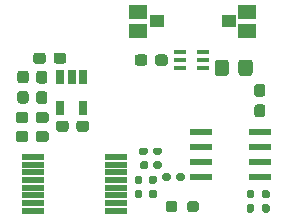
<source format=gbr>
%TF.GenerationSoftware,KiCad,Pcbnew,(5.1.8)-1*%
%TF.CreationDate,2021-11-17T13:18:44-05:00*%
%TF.ProjectId,impedance_measurement,696d7065-6461-46e6-9365-5f6d65617375,rev?*%
%TF.SameCoordinates,Original*%
%TF.FileFunction,Paste,Top*%
%TF.FilePolarity,Positive*%
%FSLAX46Y46*%
G04 Gerber Fmt 4.6, Leading zero omitted, Abs format (unit mm)*
G04 Created by KiCad (PCBNEW (5.1.8)-1) date 2021-11-17 13:18:44*
%MOMM*%
%LPD*%
G01*
G04 APERTURE LIST*
%ADD10R,1.000000X0.400000*%
%ADD11R,0.650000X1.220000*%
%ADD12R,1.970000X0.600000*%
%ADD13R,1.200000X1.000000*%
%ADD14R,1.500000X1.200000*%
%ADD15R,1.900000X0.480000*%
G04 APERTURE END LIST*
%TO.C,C9*%
G36*
G01*
X132455000Y-105927500D02*
X132455000Y-105452500D01*
G75*
G02*
X132692500Y-105215000I237500J0D01*
G01*
X133292500Y-105215000D01*
G75*
G02*
X133530000Y-105452500I0J-237500D01*
G01*
X133530000Y-105927500D01*
G75*
G02*
X133292500Y-106165000I-237500J0D01*
G01*
X132692500Y-106165000D01*
G75*
G02*
X132455000Y-105927500I0J237500D01*
G01*
G37*
G36*
G01*
X130730000Y-105927500D02*
X130730000Y-105452500D01*
G75*
G02*
X130967500Y-105215000I237500J0D01*
G01*
X131567500Y-105215000D01*
G75*
G02*
X131805000Y-105452500I0J-237500D01*
G01*
X131805000Y-105927500D01*
G75*
G02*
X131567500Y-106165000I-237500J0D01*
G01*
X130967500Y-106165000D01*
G75*
G02*
X130730000Y-105927500I0J237500D01*
G01*
G37*
%TD*%
D10*
%TO.C,S1*%
X136470000Y-105040000D03*
X136470000Y-105690000D03*
X136470000Y-106340000D03*
X134570000Y-106340000D03*
X134570000Y-105690000D03*
X134570000Y-105040000D03*
%TD*%
%TO.C,R11*%
G36*
G01*
X139500000Y-106790001D02*
X139500000Y-105889999D01*
G75*
G02*
X139749999Y-105640000I249999J0D01*
G01*
X140450001Y-105640000D01*
G75*
G02*
X140700000Y-105889999I0J-249999D01*
G01*
X140700000Y-106790001D01*
G75*
G02*
X140450001Y-107040000I-249999J0D01*
G01*
X139749999Y-107040000D01*
G75*
G02*
X139500000Y-106790001I0J249999D01*
G01*
G37*
G36*
G01*
X137500000Y-106790001D02*
X137500000Y-105889999D01*
G75*
G02*
X137749999Y-105640000I249999J0D01*
G01*
X138450001Y-105640000D01*
G75*
G02*
X138700000Y-105889999I0J-249999D01*
G01*
X138700000Y-106790001D01*
G75*
G02*
X138450001Y-107040000I-249999J0D01*
G01*
X137749999Y-107040000D01*
G75*
G02*
X137500000Y-106790001I0J249999D01*
G01*
G37*
%TD*%
%TO.C,C3*%
G36*
G01*
X141082500Y-109445000D02*
X141557500Y-109445000D01*
G75*
G02*
X141795000Y-109682500I0J-237500D01*
G01*
X141795000Y-110282500D01*
G75*
G02*
X141557500Y-110520000I-237500J0D01*
G01*
X141082500Y-110520000D01*
G75*
G02*
X140845000Y-110282500I0J237500D01*
G01*
X140845000Y-109682500D01*
G75*
G02*
X141082500Y-109445000I237500J0D01*
G01*
G37*
G36*
G01*
X141082500Y-107720000D02*
X141557500Y-107720000D01*
G75*
G02*
X141795000Y-107957500I0J-237500D01*
G01*
X141795000Y-108557500D01*
G75*
G02*
X141557500Y-108795000I-237500J0D01*
G01*
X141082500Y-108795000D01*
G75*
G02*
X140845000Y-108557500I0J237500D01*
G01*
X140845000Y-107957500D01*
G75*
G02*
X141082500Y-107720000I237500J0D01*
G01*
G37*
%TD*%
%TO.C,R6*%
G36*
G01*
X132430000Y-116190000D02*
X132110000Y-116190000D01*
G75*
G02*
X131950000Y-116030000I0J160000D01*
G01*
X131950000Y-115635000D01*
G75*
G02*
X132110000Y-115475000I160000J0D01*
G01*
X132430000Y-115475000D01*
G75*
G02*
X132590000Y-115635000I0J-160000D01*
G01*
X132590000Y-116030000D01*
G75*
G02*
X132430000Y-116190000I-160000J0D01*
G01*
G37*
G36*
G01*
X132430000Y-117385000D02*
X132110000Y-117385000D01*
G75*
G02*
X131950000Y-117225000I0J160000D01*
G01*
X131950000Y-116830000D01*
G75*
G02*
X132110000Y-116670000I160000J0D01*
G01*
X132430000Y-116670000D01*
G75*
G02*
X132590000Y-116830000I0J-160000D01*
G01*
X132590000Y-117225000D01*
G75*
G02*
X132430000Y-117385000I-160000J0D01*
G01*
G37*
%TD*%
%TO.C,R5*%
G36*
G01*
X131220000Y-116190000D02*
X130900000Y-116190000D01*
G75*
G02*
X130740000Y-116030000I0J160000D01*
G01*
X130740000Y-115635000D01*
G75*
G02*
X130900000Y-115475000I160000J0D01*
G01*
X131220000Y-115475000D01*
G75*
G02*
X131380000Y-115635000I0J-160000D01*
G01*
X131380000Y-116030000D01*
G75*
G02*
X131220000Y-116190000I-160000J0D01*
G01*
G37*
G36*
G01*
X131220000Y-117385000D02*
X130900000Y-117385000D01*
G75*
G02*
X130740000Y-117225000I0J160000D01*
G01*
X130740000Y-116830000D01*
G75*
G02*
X130900000Y-116670000I160000J0D01*
G01*
X131220000Y-116670000D01*
G75*
G02*
X131380000Y-116830000I0J-160000D01*
G01*
X131380000Y-117225000D01*
G75*
G02*
X131220000Y-117385000I-160000J0D01*
G01*
G37*
%TD*%
%TO.C,R4*%
G36*
G01*
X133770000Y-115410000D02*
X133770000Y-115730000D01*
G75*
G02*
X133610000Y-115890000I-160000J0D01*
G01*
X133215000Y-115890000D01*
G75*
G02*
X133055000Y-115730000I0J160000D01*
G01*
X133055000Y-115410000D01*
G75*
G02*
X133215000Y-115250000I160000J0D01*
G01*
X133610000Y-115250000D01*
G75*
G02*
X133770000Y-115410000I0J-160000D01*
G01*
G37*
G36*
G01*
X134965000Y-115410000D02*
X134965000Y-115730000D01*
G75*
G02*
X134805000Y-115890000I-160000J0D01*
G01*
X134410000Y-115890000D01*
G75*
G02*
X134250000Y-115730000I0J160000D01*
G01*
X134250000Y-115410000D01*
G75*
G02*
X134410000Y-115250000I160000J0D01*
G01*
X134805000Y-115250000D01*
G75*
G02*
X134965000Y-115410000I0J-160000D01*
G01*
G37*
%TD*%
%TO.C,R3*%
G36*
G01*
X131820000Y-113250000D02*
X131820000Y-113570000D01*
G75*
G02*
X131660000Y-113730000I-160000J0D01*
G01*
X131265000Y-113730000D01*
G75*
G02*
X131105000Y-113570000I0J160000D01*
G01*
X131105000Y-113250000D01*
G75*
G02*
X131265000Y-113090000I160000J0D01*
G01*
X131660000Y-113090000D01*
G75*
G02*
X131820000Y-113250000I0J-160000D01*
G01*
G37*
G36*
G01*
X133015000Y-113250000D02*
X133015000Y-113570000D01*
G75*
G02*
X132855000Y-113730000I-160000J0D01*
G01*
X132460000Y-113730000D01*
G75*
G02*
X132300000Y-113570000I0J160000D01*
G01*
X132300000Y-113250000D01*
G75*
G02*
X132460000Y-113090000I160000J0D01*
G01*
X132855000Y-113090000D01*
G75*
G02*
X133015000Y-113250000I0J-160000D01*
G01*
G37*
%TD*%
%TO.C,R2*%
G36*
G01*
X140680000Y-117400000D02*
X140360000Y-117400000D01*
G75*
G02*
X140200000Y-117240000I0J160000D01*
G01*
X140200000Y-116845000D01*
G75*
G02*
X140360000Y-116685000I160000J0D01*
G01*
X140680000Y-116685000D01*
G75*
G02*
X140840000Y-116845000I0J-160000D01*
G01*
X140840000Y-117240000D01*
G75*
G02*
X140680000Y-117400000I-160000J0D01*
G01*
G37*
G36*
G01*
X140680000Y-118595000D02*
X140360000Y-118595000D01*
G75*
G02*
X140200000Y-118435000I0J160000D01*
G01*
X140200000Y-118040000D01*
G75*
G02*
X140360000Y-117880000I160000J0D01*
G01*
X140680000Y-117880000D01*
G75*
G02*
X140840000Y-118040000I0J-160000D01*
G01*
X140840000Y-118435000D01*
G75*
G02*
X140680000Y-118595000I-160000J0D01*
G01*
G37*
%TD*%
%TO.C,R1*%
G36*
G01*
X141660000Y-117880000D02*
X141980000Y-117880000D01*
G75*
G02*
X142140000Y-118040000I0J-160000D01*
G01*
X142140000Y-118435000D01*
G75*
G02*
X141980000Y-118595000I-160000J0D01*
G01*
X141660000Y-118595000D01*
G75*
G02*
X141500000Y-118435000I0J160000D01*
G01*
X141500000Y-118040000D01*
G75*
G02*
X141660000Y-117880000I160000J0D01*
G01*
G37*
G36*
G01*
X141660000Y-116685000D02*
X141980000Y-116685000D01*
G75*
G02*
X142140000Y-116845000I0J-160000D01*
G01*
X142140000Y-117240000D01*
G75*
G02*
X141980000Y-117400000I-160000J0D01*
G01*
X141660000Y-117400000D01*
G75*
G02*
X141500000Y-117240000I0J160000D01*
G01*
X141500000Y-116845000D01*
G75*
G02*
X141660000Y-116685000I160000J0D01*
G01*
G37*
%TD*%
%TO.C,C5*%
G36*
G01*
X131890000Y-114425000D02*
X131890000Y-114735000D01*
G75*
G02*
X131735000Y-114890000I-155000J0D01*
G01*
X131310000Y-114890000D01*
G75*
G02*
X131155000Y-114735000I0J155000D01*
G01*
X131155000Y-114425000D01*
G75*
G02*
X131310000Y-114270000I155000J0D01*
G01*
X131735000Y-114270000D01*
G75*
G02*
X131890000Y-114425000I0J-155000D01*
G01*
G37*
G36*
G01*
X133025000Y-114425000D02*
X133025000Y-114735000D01*
G75*
G02*
X132870000Y-114890000I-155000J0D01*
G01*
X132445000Y-114890000D01*
G75*
G02*
X132290000Y-114735000I0J155000D01*
G01*
X132290000Y-114425000D01*
G75*
G02*
X132445000Y-114270000I155000J0D01*
G01*
X132870000Y-114270000D01*
G75*
G02*
X133025000Y-114425000I0J-155000D01*
G01*
G37*
%TD*%
D11*
%TO.C,U3*%
X126330000Y-109760000D03*
X124430000Y-109760000D03*
X124430000Y-107140000D03*
X125380000Y-107140000D03*
X126330000Y-107140000D03*
%TD*%
D12*
%TO.C,U1*%
X141315000Y-111755000D03*
X141315000Y-113025000D03*
X141315000Y-114295000D03*
X141315000Y-115565000D03*
X136365000Y-115565000D03*
X136365000Y-114295000D03*
X136365000Y-113025000D03*
X136365000Y-111755000D03*
%TD*%
%TO.C,R8*%
G36*
G01*
X134315000Y-117852500D02*
X134315000Y-118327500D01*
G75*
G02*
X134077500Y-118565000I-237500J0D01*
G01*
X133577500Y-118565000D01*
G75*
G02*
X133340000Y-118327500I0J237500D01*
G01*
X133340000Y-117852500D01*
G75*
G02*
X133577500Y-117615000I237500J0D01*
G01*
X134077500Y-117615000D01*
G75*
G02*
X134315000Y-117852500I0J-237500D01*
G01*
G37*
G36*
G01*
X136140000Y-117852500D02*
X136140000Y-118327500D01*
G75*
G02*
X135902500Y-118565000I-237500J0D01*
G01*
X135402500Y-118565000D01*
G75*
G02*
X135165000Y-118327500I0J237500D01*
G01*
X135165000Y-117852500D01*
G75*
G02*
X135402500Y-117615000I237500J0D01*
G01*
X135902500Y-117615000D01*
G75*
G02*
X136140000Y-117852500I0J-237500D01*
G01*
G37*
%TD*%
D13*
%TO.C,J2*%
X138670000Y-102400000D03*
D14*
X140260000Y-103200000D03*
X140260000Y-101600000D03*
%TD*%
D13*
%TO.C,J1*%
X132630000Y-102400000D03*
D14*
X131040000Y-101600000D03*
X131040000Y-103200000D03*
%TD*%
%TO.C,FB1*%
G36*
G01*
X123087500Y-107675000D02*
X122612500Y-107675000D01*
G75*
G02*
X122375000Y-107437500I0J237500D01*
G01*
X122375000Y-106837500D01*
G75*
G02*
X122612500Y-106600000I237500J0D01*
G01*
X123087500Y-106600000D01*
G75*
G02*
X123325000Y-106837500I0J-237500D01*
G01*
X123325000Y-107437500D01*
G75*
G02*
X123087500Y-107675000I-237500J0D01*
G01*
G37*
G36*
G01*
X123087500Y-109400000D02*
X122612500Y-109400000D01*
G75*
G02*
X122375000Y-109162500I0J237500D01*
G01*
X122375000Y-108562500D01*
G75*
G02*
X122612500Y-108325000I237500J0D01*
G01*
X123087500Y-108325000D01*
G75*
G02*
X123325000Y-108562500I0J-237500D01*
G01*
X123325000Y-109162500D01*
G75*
G02*
X123087500Y-109400000I-237500J0D01*
G01*
G37*
%TD*%
%TO.C,C8*%
G36*
G01*
X125785000Y-111527500D02*
X125785000Y-111052500D01*
G75*
G02*
X126022500Y-110815000I237500J0D01*
G01*
X126622500Y-110815000D01*
G75*
G02*
X126860000Y-111052500I0J-237500D01*
G01*
X126860000Y-111527500D01*
G75*
G02*
X126622500Y-111765000I-237500J0D01*
G01*
X126022500Y-111765000D01*
G75*
G02*
X125785000Y-111527500I0J237500D01*
G01*
G37*
G36*
G01*
X124060000Y-111527500D02*
X124060000Y-111052500D01*
G75*
G02*
X124297500Y-110815000I237500J0D01*
G01*
X124897500Y-110815000D01*
G75*
G02*
X125135000Y-111052500I0J-237500D01*
G01*
X125135000Y-111527500D01*
G75*
G02*
X124897500Y-111765000I-237500J0D01*
G01*
X124297500Y-111765000D01*
G75*
G02*
X124060000Y-111527500I0J237500D01*
G01*
G37*
%TD*%
%TO.C,C7*%
G36*
G01*
X123855000Y-105767500D02*
X123855000Y-105292500D01*
G75*
G02*
X124092500Y-105055000I237500J0D01*
G01*
X124692500Y-105055000D01*
G75*
G02*
X124930000Y-105292500I0J-237500D01*
G01*
X124930000Y-105767500D01*
G75*
G02*
X124692500Y-106005000I-237500J0D01*
G01*
X124092500Y-106005000D01*
G75*
G02*
X123855000Y-105767500I0J237500D01*
G01*
G37*
G36*
G01*
X122130000Y-105767500D02*
X122130000Y-105292500D01*
G75*
G02*
X122367500Y-105055000I237500J0D01*
G01*
X122967500Y-105055000D01*
G75*
G02*
X123205000Y-105292500I0J-237500D01*
G01*
X123205000Y-105767500D01*
G75*
G02*
X122967500Y-106005000I-237500J0D01*
G01*
X122367500Y-106005000D01*
G75*
G02*
X122130000Y-105767500I0J237500D01*
G01*
G37*
%TD*%
%TO.C,C4*%
G36*
G01*
X122365000Y-112397500D02*
X122365000Y-111922500D01*
G75*
G02*
X122602500Y-111685000I237500J0D01*
G01*
X123202500Y-111685000D01*
G75*
G02*
X123440000Y-111922500I0J-237500D01*
G01*
X123440000Y-112397500D01*
G75*
G02*
X123202500Y-112635000I-237500J0D01*
G01*
X122602500Y-112635000D01*
G75*
G02*
X122365000Y-112397500I0J237500D01*
G01*
G37*
G36*
G01*
X120640000Y-112397500D02*
X120640000Y-111922500D01*
G75*
G02*
X120877500Y-111685000I237500J0D01*
G01*
X121477500Y-111685000D01*
G75*
G02*
X121715000Y-111922500I0J-237500D01*
G01*
X121715000Y-112397500D01*
G75*
G02*
X121477500Y-112635000I-237500J0D01*
G01*
X120877500Y-112635000D01*
G75*
G02*
X120640000Y-112397500I0J237500D01*
G01*
G37*
%TD*%
%TO.C,C2*%
G36*
G01*
X121022500Y-108305000D02*
X121497500Y-108305000D01*
G75*
G02*
X121735000Y-108542500I0J-237500D01*
G01*
X121735000Y-109142500D01*
G75*
G02*
X121497500Y-109380000I-237500J0D01*
G01*
X121022500Y-109380000D01*
G75*
G02*
X120785000Y-109142500I0J237500D01*
G01*
X120785000Y-108542500D01*
G75*
G02*
X121022500Y-108305000I237500J0D01*
G01*
G37*
G36*
G01*
X121022500Y-106580000D02*
X121497500Y-106580000D01*
G75*
G02*
X121735000Y-106817500I0J-237500D01*
G01*
X121735000Y-107417500D01*
G75*
G02*
X121497500Y-107655000I-237500J0D01*
G01*
X121022500Y-107655000D01*
G75*
G02*
X120785000Y-107417500I0J237500D01*
G01*
X120785000Y-106817500D01*
G75*
G02*
X121022500Y-106580000I237500J0D01*
G01*
G37*
%TD*%
%TO.C,C1*%
G36*
G01*
X121715000Y-110312500D02*
X121715000Y-110787500D01*
G75*
G02*
X121477500Y-111025000I-237500J0D01*
G01*
X120877500Y-111025000D01*
G75*
G02*
X120640000Y-110787500I0J237500D01*
G01*
X120640000Y-110312500D01*
G75*
G02*
X120877500Y-110075000I237500J0D01*
G01*
X121477500Y-110075000D01*
G75*
G02*
X121715000Y-110312500I0J-237500D01*
G01*
G37*
G36*
G01*
X123440000Y-110312500D02*
X123440000Y-110787500D01*
G75*
G02*
X123202500Y-111025000I-237500J0D01*
G01*
X122602500Y-111025000D01*
G75*
G02*
X122365000Y-110787500I0J237500D01*
G01*
X122365000Y-110312500D01*
G75*
G02*
X122602500Y-110075000I237500J0D01*
G01*
X123202500Y-110075000D01*
G75*
G02*
X123440000Y-110312500I0J-237500D01*
G01*
G37*
%TD*%
D15*
%TO.C,U2*%
X129115000Y-118435000D03*
X129115000Y-117785000D03*
X129115000Y-117135000D03*
X129115000Y-116485000D03*
X129115000Y-115835000D03*
X129115000Y-115185000D03*
X129115000Y-114535000D03*
X129115000Y-113885000D03*
X122105000Y-113885000D03*
X122105000Y-114535000D03*
X122105000Y-115185000D03*
X122105000Y-115835000D03*
X122105000Y-116485000D03*
X122105000Y-117135000D03*
X122105000Y-117785000D03*
X122105000Y-118435000D03*
%TD*%
M02*

</source>
